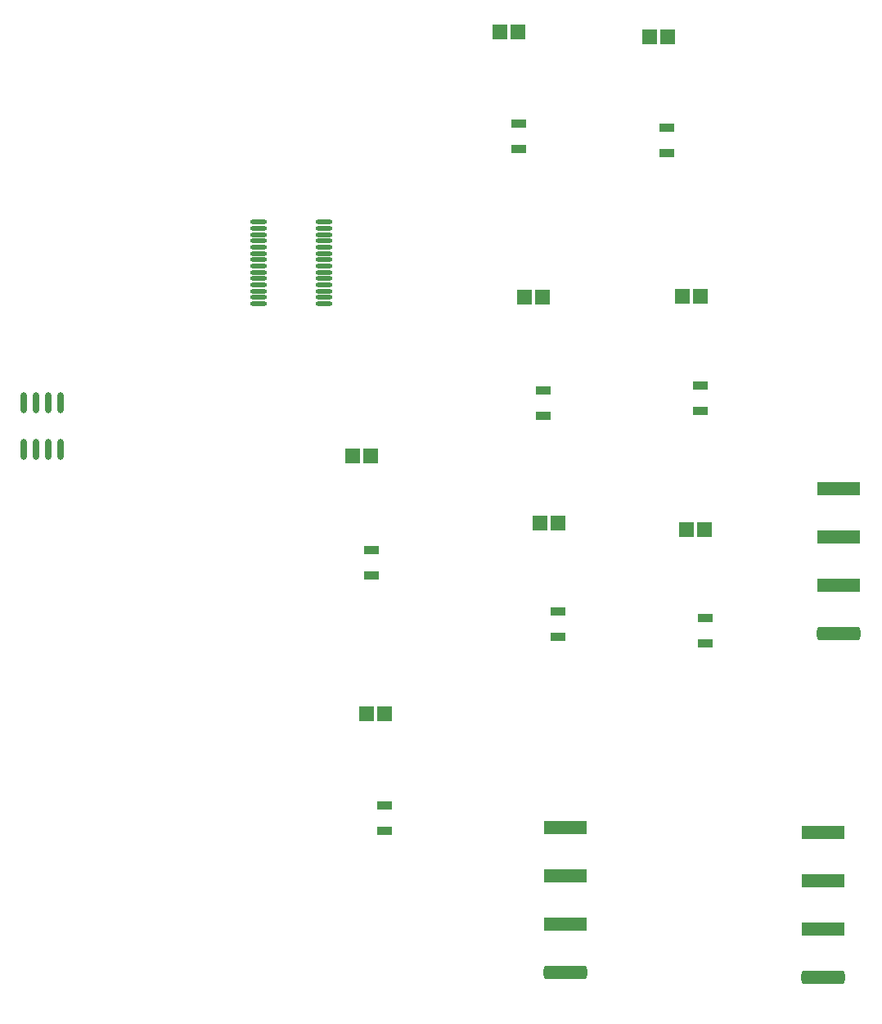
<source format=gtp>
G04*
G04 #@! TF.GenerationSoftware,Altium Limited,Altium Designer,25.8.1 (18)*
G04*
G04 Layer_Color=8421504*
%FSLAX44Y44*%
%MOMM*%
G71*
G04*
G04 #@! TF.SameCoordinates,B6236AAD-9B2A-438F-8993-29755F72C1A3*
G04*
G04*
G04 #@! TF.FilePolarity,Positive*
G04*
G01*
G75*
G04:AMPARAMS|DCode=15|XSize=1.4mm|YSize=4.5mm|CornerRadius=0.35mm|HoleSize=0mm|Usage=FLASHONLY|Rotation=90.000|XOffset=0mm|YOffset=0mm|HoleType=Round|Shape=RoundedRectangle|*
%AMROUNDEDRECTD15*
21,1,1.4000,3.8000,0,0,90.0*
21,1,0.7000,4.5000,0,0,90.0*
1,1,0.7000,1.9000,0.3500*
1,1,0.7000,1.9000,-0.3500*
1,1,0.7000,-1.9000,-0.3500*
1,1,0.7000,-1.9000,0.3500*
%
%ADD15ROUNDEDRECTD15*%
%ADD16O,1.8000X0.4500*%
%ADD17O,0.6000X2.2000*%
%ADD18R,1.6000X0.8500*%
%ADD19R,1.5000X1.5500*%
%ADD20R,4.5000X1.4000*%
D15*
X1846580Y552780D02*
D03*
X1563940Y201860D02*
D03*
X1830640Y196780D02*
D03*
D16*
X1246160Y978240D02*
D03*
X1314160Y900240D02*
D03*
Y893740D02*
D03*
Y913240D02*
D03*
Y919740D02*
D03*
Y926240D02*
D03*
Y932740D02*
D03*
Y939240D02*
D03*
Y945740D02*
D03*
Y952240D02*
D03*
Y958740D02*
D03*
Y965240D02*
D03*
Y971740D02*
D03*
Y978240D02*
D03*
X1246160Y893740D02*
D03*
Y900240D02*
D03*
Y906740D02*
D03*
Y913240D02*
D03*
Y919740D02*
D03*
Y926240D02*
D03*
Y932740D02*
D03*
Y939240D02*
D03*
Y945740D02*
D03*
Y952240D02*
D03*
Y958740D02*
D03*
Y971740D02*
D03*
Y965240D02*
D03*
X1314160Y906740D02*
D03*
D17*
X1016000Y743080D02*
D03*
X1003300D02*
D03*
X1028700D02*
D03*
X1041400D02*
D03*
X1003300Y791080D02*
D03*
X1016000D02*
D03*
X1028700D02*
D03*
X1041400D02*
D03*
D18*
X1555750Y549360D02*
D03*
Y575860D02*
D03*
X1703070Y783040D02*
D03*
Y809540D02*
D03*
X1376680Y348700D02*
D03*
Y375200D02*
D03*
X1668780Y1049740D02*
D03*
Y1076240D02*
D03*
X1708807Y542346D02*
D03*
Y568846D02*
D03*
X1515110Y1053550D02*
D03*
Y1080050D02*
D03*
X1540510Y777960D02*
D03*
Y804460D02*
D03*
X1362710Y612860D02*
D03*
Y639360D02*
D03*
D19*
X1669500Y1169670D02*
D03*
X1651000D02*
D03*
X1703430Y901700D02*
D03*
X1684930D02*
D03*
X1556110Y666750D02*
D03*
X1537610D02*
D03*
X1707296Y660323D02*
D03*
X1688796D02*
D03*
X1514560Y1174750D02*
D03*
X1496060D02*
D03*
X1539960Y900430D02*
D03*
X1521460D02*
D03*
X1362160Y736600D02*
D03*
X1343660D02*
D03*
X1376680Y469900D02*
D03*
X1358180D02*
D03*
D20*
X1830640Y296780D02*
D03*
Y246780D02*
D03*
Y346780D02*
D03*
X1846580Y702780D02*
D03*
X1563940Y351860D02*
D03*
Y251860D02*
D03*
Y301860D02*
D03*
X1846580Y602780D02*
D03*
Y652780D02*
D03*
M02*

</source>
